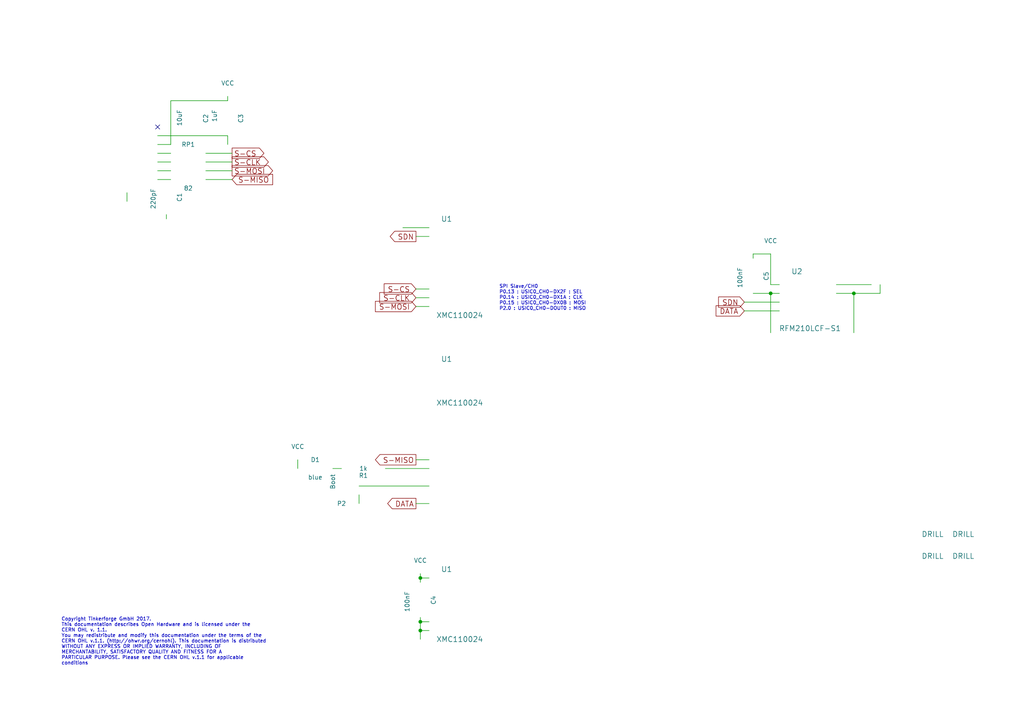
<source format=kicad_sch>
(kicad_sch (version 20230121) (generator eeschema)
  (paper "A4")
  (title_block (title "Outdoor Weather Bricklet") (date "2017-09-06") (rev "1.0") (company "Tinkerforge GmbH") (comment 1 "Licensed under CERN OHL v.1.1") (comment 2 "Copyright (©) 2017, B.Nordmeyer <bastian@tinkerforge.com>"))
  (lib_symbols)
  (junction (at 121.92 182.88))
  (junction (at 247.65 85.09))
  (junction (at 223.52 85.09))
  (junction (at 121.92 167.64))
  (junction (at 121.92 180.34))
  (no_connect (at 45.72 36.83))
  (wire (pts (xy 124.46 167.64) (xy 121.92 167.64)))
  (wire (pts (xy 104.14 140.97) (xy 124.46 140.97)))
  (wire (pts (xy 66.04 39.37) (xy 66.04 41.91)))
  (wire (pts (xy 255.27 85.09) (xy 255.27 82.55)))
  (wire (pts (xy 116.84 66.04) (xy 124.46 66.04)))
  (wire (pts (xy 121.92 180.34) (xy 121.92 182.88)))
  (wire (pts (xy 121.92 166.37) (xy 121.92 167.64)))
  (wire (pts (xy 218.44 85.09) (xy 223.52 85.09)))
  (wire (pts (xy 124.46 86.36) (xy 120.65 86.36)))
  (wire (pts (xy 104.14 146.05) (xy 104.14 143.51)))
  (wire (pts (xy 99.06 135.89) (xy 96.52 135.89)))
  (wire (pts (xy 223.52 73.66) (xy 218.44 73.66)))
  (wire (pts (xy 226.06 82.55) (xy 223.52 82.55)))
  (wire (pts (xy 247.65 96.52) (xy 247.65 85.09)))
  (wire (pts (xy 242.57 85.09) (xy 247.65 85.09)))
  (wire (pts (xy 49.53 49.53) (xy 45.72 49.53)))
  (wire (pts (xy 223.52 85.09) (xy 223.52 96.52)))
  (wire (pts (xy 59.69 52.07) (xy 67.31 52.07)))
  (wire (pts (xy 215.9 87.63) (xy 226.06 87.63)))
  (wire (pts (xy 223.52 85.09) (xy 226.06 85.09)))
  (wire (pts (xy 111.76 135.89) (xy 124.46 135.89)))
  (wire (pts (xy 45.72 41.91) (xy 49.53 41.91)))
  (wire (pts (xy 45.72 46.99) (xy 49.53 46.99)))
  (wire (pts (xy 120.65 133.35) (xy 124.46 133.35)))
  (wire (pts (xy 121.92 182.88) (xy 121.92 185.42)))
  (wire (pts (xy 120.65 68.58) (xy 124.46 68.58)))
  (wire (pts (xy 49.53 41.91) (xy 49.53 29.21)))
  (wire (pts (xy 67.31 44.45) (xy 59.69 44.45)))
  (wire (pts (xy 121.92 179.07) (xy 121.92 180.34)))
  (wire (pts (xy 218.44 73.66) (xy 218.44 74.93)))
  (wire (pts (xy 223.52 82.55) (xy 223.52 73.66)))
  (wire (pts (xy 36.83 58.42) (xy 36.83 55.88)))
  (wire (pts (xy 59.69 46.99) (xy 67.31 46.99)))
  (wire (pts (xy 226.06 90.17) (xy 215.9 90.17)))
  (wire (pts (xy 49.53 29.21) (xy 66.04 29.21)))
  (wire (pts (xy 247.65 85.09) (xy 255.27 85.09)))
  (wire (pts (xy 242.57 82.55) (xy 252.73 82.55)))
  (wire (pts (xy 66.04 29.21) (xy 66.04 27.94)))
  (wire (pts (xy 48.26 63.5) (xy 48.26 62.23)))
  (wire (pts (xy 120.65 146.05) (xy 124.46 146.05)))
  (wire (pts (xy 45.72 52.07) (xy 49.53 52.07)))
  (wire (pts (xy 45.72 39.37) (xy 66.04 39.37)))
  (wire (pts (xy 120.65 88.9) (xy 124.46 88.9)))
  (wire (pts (xy 86.36 133.35) (xy 86.36 135.89)))
  (wire (pts (xy 67.31 49.53) (xy 59.69 49.53)))
  (wire (pts (xy 120.65 83.82) (xy 124.46 83.82)))
  (wire (pts (xy 121.92 182.88) (xy 124.46 182.88)))
  (wire (pts (xy 121.92 167.64) (xy 121.92 168.91)))
  (wire (pts (xy 45.72 44.45) (xy 49.53 44.45)))
  (wire (pts (xy 124.46 180.34) (xy 121.92 180.34)))
  (text "Copyright Tinkerforge GmbH 2017.\nThis documentation describes Open Hardware and is licensed under the\nCERN OHL v. 1.1.\nYou may redistribute and modify this documentation under the terms of the\nCERN OHL v.1.1. (http://ohwr.org/cernohl). This documentation is distributed\nWITHOUT ANY EXPRESS OR IMPLIED WARRANTY, INCLUDING OF\nMERCHANTABILITY, SATISFACTORY QUALITY AND FITNESS FOR A\nPARTICULAR PURPOSE. Please see the CERN OHL v.1.1 for applicable\nconditions" (at 17.78 193.04 0) (effects (font (size 0.9906 0.9906)) (justify left bottom)))
  (text "SPI Slave/CH0\nP0.13 : USIC0_CH0-DX2F : SEL\nP0.14 : USIC0_CH0-DX1A : CLK\nP0.15 : USIC0_CH0-DX0B : MOSI\nP2.0 : USIC0_CH0-DOUT0 : MISO" (at 144.78 90.17 0) (effects (font (size 0.9906 0.9906)) (justify left bottom)))
  (global_label "SDN" (shape output) (at 120.65 68.58 180) (effects (font (size 1.524 1.524))) (property "Intersheetrefs" "${INTERSHEET_REFS}" (effects hide)))
  (global_label "S-MISO" (shape output) (at 120.65 133.35 180) (effects (font (size 1.524 1.524))) (property "Intersheetrefs" "${INTERSHEET_REFS}" (effects hide)))
  (global_label "S-CS" (shape input) (at 120.65 83.82 180) (effects (font (size 1.524 1.524))) (property "Intersheetrefs" "${INTERSHEET_REFS}" (effects hide)))
  (global_label "S-CS" (shape output) (at 67.31 44.45 0) (effects (font (size 1.524 1.524))) (property "Intersheetrefs" "${INTERSHEET_REFS}" (effects hide)))
  (global_label "S-MISO" (shape input) (at 67.31 52.07 0) (effects (font (size 1.524 1.524))) (property "Intersheetrefs" "${INTERSHEET_REFS}" (effects hide)))
  (global_label "S-CLK" (shape output) (at 67.31 46.99 0) (effects (font (size 1.524 1.524))) (property "Intersheetrefs" "${INTERSHEET_REFS}" (effects hide)))
  (global_label "S-MOSI" (shape input) (at 120.65 88.9 180) (effects (font (size 1.524 1.524))) (property "Intersheetrefs" "${INTERSHEET_REFS}" (effects hide)))
  (global_label "DATA" (shape output) (at 120.65 146.05 180) (effects (font (size 1.524 1.524))) (property "Intersheetrefs" "${INTERSHEET_REFS}" (effects hide)))
  (global_label "S-MOSI" (shape output) (at 67.31 49.53 0) (effects (font (size 1.524 1.524))) (property "Intersheetrefs" "${INTERSHEET_REFS}" (effects hide)))
  (global_label "DATA" (shape input) (at 215.9 90.17 180) (effects (font (size 1.524 1.524))) (property "Intersheetrefs" "${INTERSHEET_REFS}" (effects hide)))
  (global_label "SDN" (shape input) (at 215.9 87.63 180) (effects (font (size 1.524 1.524))) (property "Intersheetrefs" "${INTERSHEET_REFS}" (effects hide)))
  (global_label "S-CLK" (shape input) (at 120.65 86.36 180) (effects (font (size 1.524 1.524))) (property "Intersheetrefs" "${INTERSHEET_REFS}" (effects hide)))
  (symbol (lib_id "LED") (at 91.44 135.89 0) (unit 1)
    (property "Reference" "D1" (at 91.44 133.35 0))
    (property "Value" "blue" (at 91.44 138.43 0))
    (property "Footprint" "kicad-libraries:D0603F" (effects hide))
  )
  (symbol (lib_id "R") (at 105.41 135.89 270) (unit 1)
    (property "Reference" "R1" (at 105.41 137.922 90))
    (property "Value" "1k" (at 105.41 135.89 90))
    (property "Footprint" "kicad-libraries:R0603F" (effects hide))
  )
  (symbol (lib_id "XMC1XXX24") (at 133.35 175.26 0) (unit 1)
    (property "Reference" "U1" (at 129.54 165.1 0) (effects (font (size 1.524 1.524))))
    (property "Value" "XMC110024" (at 133.35 185.42 0) (effects (font (size 1.524 1.524))))
    (property "Footprint" "kicad-libraries:QFN24-4x4mm-0.5mm" (effects hide))
  )
  (symbol (lib_id "VCC") (at 86.36 133.35 0) (unit 1)
    (property "Reference" "#PWR08" (effects hide))
    (property "Value" "VCC" (at 86.36 129.54 0))
  )
  (symbol (lib_id "XMC1XXX24") (at 133.35 77.47 0) (unit 2)
    (property "Reference" "U1" (at 129.54 63.5 0) (effects (font (size 1.524 1.524))))
    (property "Value" "XMC110024" (at 133.35 91.44 0) (effects (font (size 1.524 1.524))))
    (property "Footprint" "kicad-libraries:QFN24-4x4mm-0.5mm" (effects hide))
  )
  (symbol (lib_id "XMC1XXX24") (at 133.35 110.49 0) (unit 3)
    (property "Reference" "U1" (at 129.54 104.14 0) (effects (font (size 1.524 1.524))))
    (property "Value" "XMC110024" (at 133.35 116.84 0) (effects (font (size 1.524 1.524))))
    (property "Footprint" "kicad-libraries:QFN24-4x4mm-0.5mm" (effects hide))
  )
  (symbol (lib_id "XMC1XXX24") (at 133.35 142.24 0) (unit 4)
    (property "Reference" "U1" (at 129.54 130.81 0) (effects (font (size 1.524 1.524))))
    (property "Value" "XMC110024" (at 133.35 153.67 0) (effects (font (size 1.524 1.524))))
    (property "Footprint" "kicad-libraries:QFN24-4x4mm-0.5mm" (effects hide))
  )
  (symbol (lib_id "C") (at 121.92 173.99 180) (unit 1)
    (property "Reference" "C4" (at 125.73 172.72 90) (effects (justify left)))
    (property "Value" "100nF" (at 118.11 171.45 90) (effects (justify left)))
    (property "Footprint" "kicad-libraries:C0603F" (effects hide))
  )
  (symbol (lib_id "VCC") (at 121.92 166.37 0) (unit 1)
    (property "Reference" "#PWR01" (effects hide))
    (property "Value" "VCC" (at 121.92 162.56 0))
  )
  (symbol (lib_id "GND") (at 121.92 185.42 0) (unit 1)
    (property "Reference" "#PWR02" (effects hide))
    (property "Value" "GND" (effects hide))
  )
  (symbol (lib_id "CON-SENSOR2") (at 36.83 44.45 0) (mirror y) (unit 1)
    (property "Reference" "P1" (at 40.64 34.29 0) (effects (font (size 1.524 1.524))))
    (property "Value" "CON-SENSOR2" (at 33.02 44.45 90) (effects (font (size 1.524 1.524))))
    (property "Footprint" "kicad-libraries:CON-SENSOR2" (effects hide))
  )
  (symbol (lib_id "GND") (at 36.83 58.42 0) (unit 1)
    (property "Reference" "#PWR03" (effects hide))
    (property "Value" "GND" (effects hide))
  )
  (symbol (lib_id "C") (at 66.04 34.29 180) (unit 1)
    (property "Reference" "C3" (at 69.85 33.02 90) (effects (justify left)))
    (property "Value" "1uF" (at 62.23 31.75 90) (effects (justify left)))
    (property "Footprint" "kicad-libraries:C0603F" (effects hide))
  )
  (symbol (lib_id "C") (at 55.88 34.29 180) (unit 1)
    (property "Reference" "C2" (at 59.69 33.02 90) (effects (justify left)))
    (property "Value" "10uF" (at 52.07 31.75 90) (effects (justify left)))
    (property "Footprint" "kicad-libraries:C0805" (effects hide))
  )
  (symbol (lib_id "VCC") (at 66.04 27.94 0) (unit 1)
    (property "Reference" "#PWR04" (effects hide))
    (property "Value" "VCC" (at 66.04 24.13 0))
  )
  (symbol (lib_id "GND") (at 66.04 41.91 0) (unit 1)
    (property "Reference" "#PWR05" (effects hide))
    (property "Value" "GND" (effects hide))
  )
  (symbol (lib_id "R_PACK4") (at 54.61 53.34 0) (unit 1)
    (property "Reference" "RP1" (at 54.61 41.91 0))
    (property "Value" "82" (at 54.61 54.61 0))
    (property "Footprint" "kicad-libraries:4X0402" (effects hide))
  )
  (symbol (lib_id "C") (at 48.26 57.15 180) (unit 1)
    (property "Reference" "C1" (at 52.07 55.88 90) (effects (justify left)))
    (property "Value" "220pF" (at 44.45 54.61 90) (effects (justify left)))
    (property "Footprint" "kicad-libraries:C0402F" (effects hide))
  )
  (symbol (lib_id "GND") (at 48.26 63.5 0) (unit 1)
    (property "Reference" "#PWR06" (effects hide))
    (property "Value" "GND" (effects hide))
  )
  (symbol (lib_id "DRILL") (at 270.51 154.94 0) (unit 1)
    (property "Reference" "U4" (effects hide))
    (property "Value" "DRILL" (at 270.51 154.94 0) (effects (font (size 1.524 1.524))))
    (property "Footprint" "kicad-libraries:DRILL_NP" (effects hide))
  )
  (symbol (lib_id "DRILL") (at 279.4 154.94 0) (unit 1)
    (property "Reference" "U6" (effects hide))
    (property "Value" "DRILL" (at 279.4 154.94 0) (effects (font (size 1.524 1.524))))
    (property "Footprint" "kicad-libraries:DRILL_NP" (effects hide))
  )
  (symbol (lib_id "DRILL") (at 279.4 161.29 0) (unit 1)
    (property "Reference" "U7" (effects hide))
    (property "Value" "DRILL" (at 279.4 161.29 0) (effects (font (size 1.524 1.524))))
    (property "Footprint" "kicad-libraries:DRILL_NP" (effects hide))
  )
  (symbol (lib_id "DRILL") (at 270.51 161.29 0) (unit 1)
    (property "Reference" "U5" (effects hide))
    (property "Value" "DRILL" (at 270.51 161.29 0) (effects (font (size 1.524 1.524))))
    (property "Footprint" "kicad-libraries:DRILL_NP" (effects hide))
  )
  (symbol (lib_id "CONN_01X01") (at 111.76 66.04 180) (unit 1)
    (property "Reference" "J1" (at 111.76 68.58 0))
    (property "Value" "Debug" (at 109.22 66.04 90))
    (property "Footprint" "kicad-libraries:DEBUG_PAD" (effects hide))
  )
  (symbol (lib_id "CONN_01X02") (at 99.06 142.24 180) (unit 1)
    (property "Reference" "P2" (at 99.06 146.05 0))
    (property "Value" "Boot" (at 96.52 139.7 90))
    (property "Footprint" "kicad-libraries:SolderJumper" (effects hide))
  )
  (symbol (lib_id "GND") (at 104.14 146.05 0) (unit 1)
    (property "Reference" "#PWR07" (effects hide))
    (property "Value" "GND" (effects hide))
  )
  (symbol (lib_id "RFM210LCF-S1") (at 234.95 86.36 0) (unit 1)
    (property "Reference" "U2" (at 231.14 78.74 0) (effects (font (size 1.524 1.524))))
    (property "Value" "RFM210LCF-S1" (at 234.95 95.25 0) (effects (font (size 1.524 1.524))))
    (property "Footprint" "kicad-libraries:RFM210LCF-S1" (effects hide))
  )
  (symbol (lib_id "GND") (at 223.52 96.52 0) (unit 1)
    (property "Reference" "#PWR09" (effects hide))
    (property "Value" "GND" (effects hide))
  )
  (symbol (lib_id "C") (at 218.44 80.01 180) (unit 1)
    (property "Reference" "C5" (at 222.25 78.74 90) (effects (justify left)))
    (property "Value" "100nF" (at 214.63 77.47 90) (effects (justify left)))
    (property "Footprint" "kicad-libraries:C0603F" (effects hide))
  )
  (symbol (lib_id "VCC") (at 223.52 73.66 0) (unit 1)
    (property "Reference" "#PWR010" (effects hide))
    (property "Value" "VCC" (at 223.52 69.85 0))
  )
  (symbol (lib_id "ANT2") (at 252.73 76.2 0) (unit 1)
    (property "Reference" "ANT1" (at 248.92 66.04 0) (effects (font (size 1.524 1.524))))
    (property "Value" "FT-004B" (at 260.35 72.39 0) (effects (font (size 1.524 1.524))))
    (property "Footprint" "kicad-libraries:FT-004B" (effects hide))
  )
  (symbol (lib_id "GND") (at 247.65 96.52 0) (unit 1)
    (property "Reference" "#PWR011" (effects hide))
    (property "Value" "GND" (effects hide))
  )
)
</source>
